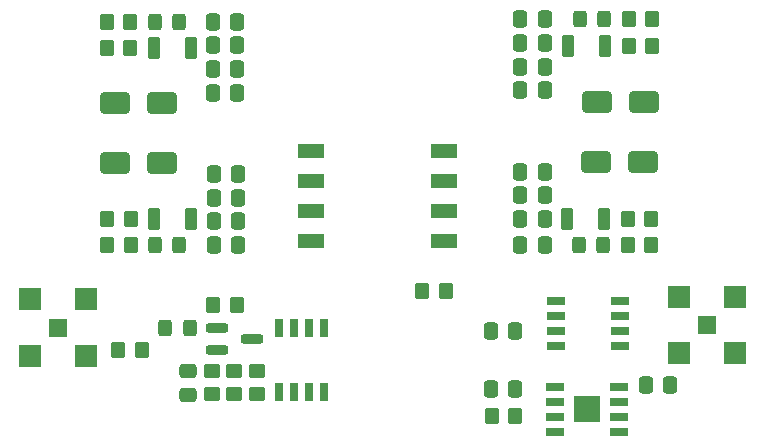
<source format=gbr>
%TF.GenerationSoftware,KiCad,Pcbnew,8.0.9*%
%TF.CreationDate,2025-07-24T11:39:00+02:00*%
%TF.ProjectId,Precision Analog Isolation Amplifier,50726563-6973-4696-9f6e-20416e616c6f,rev?*%
%TF.SameCoordinates,Original*%
%TF.FileFunction,Paste,Top*%
%TF.FilePolarity,Positive*%
%FSLAX46Y46*%
G04 Gerber Fmt 4.6, Leading zero omitted, Abs format (unit mm)*
G04 Created by KiCad (PCBNEW 8.0.9) date 2025-07-24 11:39:00*
%MOMM*%
%LPD*%
G01*
G04 APERTURE LIST*
G04 Aperture macros list*
%AMRoundRect*
0 Rectangle with rounded corners*
0 $1 Rounding radius*
0 $2 $3 $4 $5 $6 $7 $8 $9 X,Y pos of 4 corners*
0 Add a 4 corners polygon primitive as box body*
4,1,4,$2,$3,$4,$5,$6,$7,$8,$9,$2,$3,0*
0 Add four circle primitives for the rounded corners*
1,1,$1+$1,$2,$3*
1,1,$1+$1,$4,$5*
1,1,$1+$1,$6,$7*
1,1,$1+$1,$8,$9*
0 Add four rect primitives between the rounded corners*
20,1,$1+$1,$2,$3,$4,$5,0*
20,1,$1+$1,$4,$5,$6,$7,0*
20,1,$1+$1,$6,$7,$8,$9,0*
20,1,$1+$1,$8,$9,$2,$3,0*%
G04 Aperture macros list end*
%ADD10RoundRect,0.250000X-0.450000X0.350000X-0.450000X-0.350000X0.450000X-0.350000X0.450000X0.350000X0*%
%ADD11RoundRect,0.250000X1.000000X0.650000X-1.000000X0.650000X-1.000000X-0.650000X1.000000X-0.650000X0*%
%ADD12RoundRect,0.250000X-0.350000X-0.450000X0.350000X-0.450000X0.350000X0.450000X-0.350000X0.450000X0*%
%ADD13RoundRect,0.250000X0.337500X0.475000X-0.337500X0.475000X-0.337500X-0.475000X0.337500X-0.475000X0*%
%ADD14RoundRect,0.250000X0.325000X0.450000X-0.325000X0.450000X-0.325000X-0.450000X0.325000X-0.450000X0*%
%ADD15RoundRect,0.250000X-0.337500X-0.475000X0.337500X-0.475000X0.337500X0.475000X-0.337500X0.475000X0*%
%ADD16R,2.290000X1.300000*%
%ADD17RoundRect,0.250000X0.350000X0.450000X-0.350000X0.450000X-0.350000X-0.450000X0.350000X-0.450000X0*%
%ADD18R,1.574800X1.574800*%
%ADD19R,1.955800X1.955800*%
%ADD20R,1.525000X0.650000*%
%ADD21RoundRect,0.250000X0.275000X0.700000X-0.275000X0.700000X-0.275000X-0.700000X0.275000X-0.700000X0*%
%ADD22R,0.650000X1.525000*%
%ADD23R,2.290000X2.290000*%
%ADD24RoundRect,0.250000X-1.000000X-0.650000X1.000000X-0.650000X1.000000X0.650000X-1.000000X0.650000X0*%
%ADD25RoundRect,0.250000X-0.475000X0.337500X-0.475000X-0.337500X0.475000X-0.337500X0.475000X0.337500X0*%
%ADD26RoundRect,0.200000X-0.750000X-0.200000X0.750000X-0.200000X0.750000X0.200000X-0.750000X0.200000X0*%
%ADD27RoundRect,0.250000X-0.325000X-0.450000X0.325000X-0.450000X0.325000X0.450000X-0.325000X0.450000X0*%
%ADD28RoundRect,0.250000X-0.275000X-0.700000X0.275000X-0.700000X0.275000X0.700000X-0.275000X0.700000X0*%
%ADD29RoundRect,0.250000X0.450000X-0.350000X0.450000X0.350000X-0.450000X0.350000X-0.450000X-0.350000X0*%
G04 APERTURE END LIST*
D10*
%TO.C,R3*%
X128200000Y-111750000D03*
X128200000Y-113750000D03*
%TD*%
D11*
%TO.C,D4*%
X164700000Y-94100000D03*
X160700000Y-94100000D03*
%TD*%
D12*
%TO.C,F3*%
X163500000Y-84300000D03*
X165500000Y-84300000D03*
%TD*%
D11*
%TO.C,D3*%
X124000000Y-89100000D03*
X120000000Y-89100000D03*
%TD*%
D13*
%TO.C,C4*%
X130375000Y-88200000D03*
X128300000Y-88200000D03*
%TD*%
D14*
%TO.C,D9*%
X161400000Y-82000000D03*
X159350000Y-82000000D03*
%TD*%
D15*
%TO.C,C10*%
X154325000Y-84000000D03*
X156400000Y-84000000D03*
%TD*%
D16*
%TO.C,U1*%
X136565000Y-93190000D03*
X136565000Y-95730000D03*
X136565000Y-98270000D03*
X136565000Y-100810000D03*
X147835000Y-100810000D03*
X147835000Y-98270000D03*
X147835000Y-95730000D03*
X147835000Y-93190000D03*
%TD*%
D17*
%TO.C,R9*%
X121325000Y-101100000D03*
X119325000Y-101100000D03*
%TD*%
D18*
%TO.C,J4*%
X170125100Y-107900000D03*
D19*
X167750200Y-105525100D03*
X172500000Y-105525100D03*
X167750200Y-110274900D03*
X172500000Y-110274900D03*
%TD*%
D15*
%TO.C,C14*%
X154325000Y-96900000D03*
X156400000Y-96900000D03*
%TD*%
%TO.C,C9*%
X154325000Y-82000000D03*
X156400000Y-82000000D03*
%TD*%
D20*
%TO.C,U2*%
X157300000Y-105830000D03*
X157300000Y-107100000D03*
X157300000Y-108370000D03*
X157300000Y-109640000D03*
X162724000Y-109640000D03*
X162724000Y-108370000D03*
X162724000Y-107100000D03*
X162724000Y-105830000D03*
%TD*%
D15*
%TO.C,C12*%
X154325000Y-88000000D03*
X156400000Y-88000000D03*
%TD*%
D21*
%TO.C,FB4*%
X161400000Y-98900000D03*
X158250000Y-98900000D03*
%TD*%
D18*
%TO.C,J3*%
X115162500Y-108100000D03*
D19*
X117537400Y-110474900D03*
X112787600Y-110474900D03*
X117537400Y-105725100D03*
X112787600Y-105725100D03*
%TD*%
D22*
%TO.C,U4*%
X137705000Y-108138000D03*
X136435000Y-108138000D03*
X135165000Y-108138000D03*
X133895000Y-108138000D03*
X133895000Y-113562000D03*
X135165000Y-113562000D03*
X136435000Y-113562000D03*
X137705000Y-113562000D03*
%TD*%
D15*
%TO.C,C15*%
X154325000Y-98900000D03*
X156400000Y-98900000D03*
%TD*%
D20*
%TO.C,IC1*%
X157288000Y-113095000D03*
X157288000Y-114365000D03*
X157288000Y-115635000D03*
X157288000Y-116905000D03*
X162712000Y-116905000D03*
X162712000Y-115635000D03*
X162712000Y-114365000D03*
X162712000Y-113095000D03*
D23*
X160000000Y-115000000D03*
%TD*%
D17*
%TO.C,R6*%
X148000000Y-105000000D03*
X146000000Y-105000000D03*
%TD*%
D15*
%TO.C,C13*%
X154325000Y-94900000D03*
X156400000Y-94900000D03*
%TD*%
D12*
%TO.C,R11*%
X163500000Y-82000000D03*
X165500000Y-82000000D03*
%TD*%
D13*
%TO.C,C1*%
X130375000Y-82200000D03*
X128300000Y-82200000D03*
%TD*%
D24*
%TO.C,D5*%
X160800000Y-89000000D03*
X164800000Y-89000000D03*
%TD*%
D14*
%TO.C,D7*%
X125425000Y-101100000D03*
X123375000Y-101100000D03*
%TD*%
D12*
%TO.C,R10*%
X163400000Y-101100000D03*
X165400000Y-101100000D03*
%TD*%
%TO.C,R5*%
X128300000Y-106200000D03*
X130300000Y-106200000D03*
%TD*%
%TO.C,F4*%
X163400000Y-98900000D03*
X165400000Y-98900000D03*
%TD*%
%TO.C,R4*%
X120300000Y-110000000D03*
X122300000Y-110000000D03*
%TD*%
D25*
%TO.C,C17*%
X126200000Y-111750000D03*
X126200000Y-113825000D03*
%TD*%
D13*
%TO.C,C20*%
X167000000Y-113000000D03*
X164925000Y-113000000D03*
%TD*%
D14*
%TO.C,D1*%
X126325000Y-108150000D03*
X124275000Y-108150000D03*
%TD*%
D13*
%TO.C,C2*%
X130375000Y-84200000D03*
X128300000Y-84200000D03*
%TD*%
D24*
%TO.C,D2*%
X120000000Y-94200000D03*
X124000000Y-94200000D03*
%TD*%
D21*
%TO.C,FB3*%
X161500000Y-84300000D03*
X158350000Y-84300000D03*
%TD*%
D26*
%TO.C,Q1*%
X128600000Y-108100000D03*
X128600000Y-110000000D03*
X131600000Y-109050000D03*
%TD*%
D27*
%TO.C,D8*%
X159250000Y-101100000D03*
X161300000Y-101100000D03*
%TD*%
D12*
%TO.C,R7*%
X151900000Y-115600000D03*
X153900000Y-115600000D03*
%TD*%
D13*
%TO.C,C7*%
X130437500Y-99100000D03*
X128362500Y-99100000D03*
%TD*%
D17*
%TO.C,F2*%
X121300000Y-84400000D03*
X119300000Y-84400000D03*
%TD*%
D13*
%TO.C,C6*%
X130437500Y-97100000D03*
X128362500Y-97100000D03*
%TD*%
%TO.C,C8*%
X130437500Y-101100000D03*
X128362500Y-101100000D03*
%TD*%
D15*
%TO.C,C11*%
X154325000Y-86000000D03*
X156400000Y-86000000D03*
%TD*%
D17*
%TO.C,F1*%
X121325000Y-98900000D03*
X119325000Y-98900000D03*
%TD*%
D28*
%TO.C,FB2*%
X123325000Y-98900000D03*
X126475000Y-98900000D03*
%TD*%
%TO.C,FB1*%
X123300000Y-84400000D03*
X126450000Y-84400000D03*
%TD*%
D29*
%TO.C,R2*%
X132000000Y-113750000D03*
X132000000Y-111750000D03*
%TD*%
D13*
%TO.C,C3*%
X130375000Y-86200000D03*
X128300000Y-86200000D03*
%TD*%
%TO.C,C18*%
X153912000Y-108435000D03*
X151837000Y-108435000D03*
%TD*%
D27*
%TO.C,D6*%
X123375000Y-82200000D03*
X125425000Y-82200000D03*
%TD*%
D15*
%TO.C,C16*%
X154325000Y-101075000D03*
X156400000Y-101075000D03*
%TD*%
%TO.C,C19*%
X151825000Y-113300000D03*
X153900000Y-113300000D03*
%TD*%
D17*
%TO.C,R8*%
X121300000Y-82200000D03*
X119300000Y-82200000D03*
%TD*%
D29*
%TO.C,R1*%
X130100000Y-113750000D03*
X130100000Y-111750000D03*
%TD*%
D13*
%TO.C,C5*%
X130437500Y-95100000D03*
X128362500Y-95100000D03*
%TD*%
M02*

</source>
